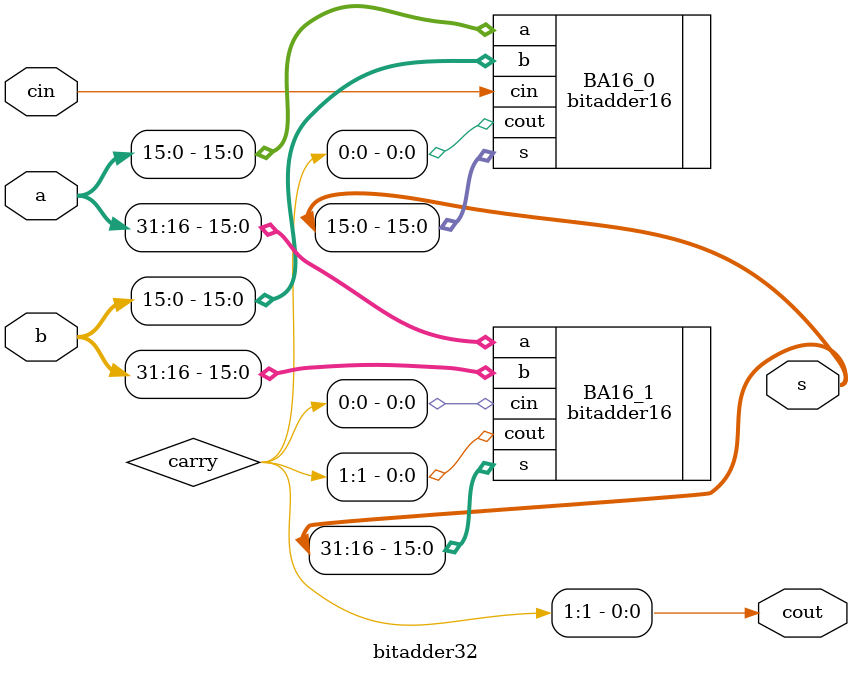
<source format=v>
module bitadder32(a, b, cin, s, cout);
    input [31:0] a, b;
    input cin;
    output [31:0] s;
    output cout;

    wire [1:0] carry;

    bitadder16 BA16_0 (.a(a[15:0]), .b(b[15:0]), .cin(cin), .cout(carry[0]), .s(s[15:0])); 
    bitadder16 BA16_1 (.a(a[31:16]), .b(b[31:16]), .cin(carry[0]), .cout(carry[1]), .s(s[31:16])); 

    assign cout = carry[1];
endmodule
</source>
